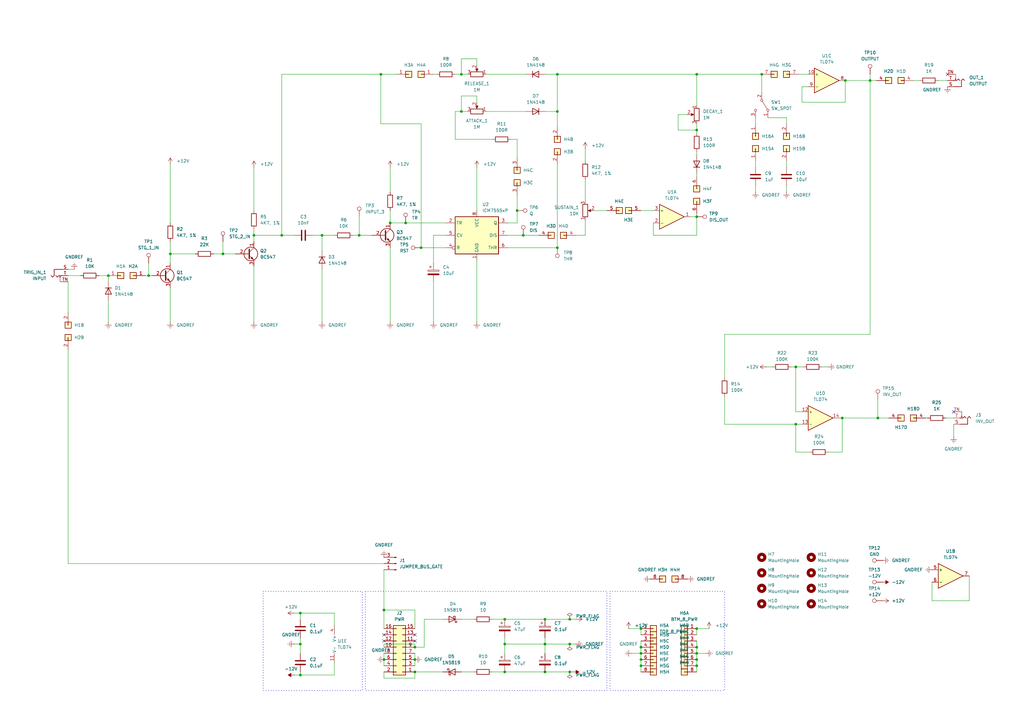
<source format=kicad_sch>
(kicad_sch (version 20231120) (generator "eeschema") (generator_version "8.0")
  (paper "A3")
  (junction (at 346.71 33.02))
  (junction (at 285.75 273.05))
  (junction (at 360.045 171.45))
  (junction (at 262.89 265.43))
  (junction (at 214.63 96.52))
  (junction (at 285.75 270.51))
  (junction (at 123.19 264.16))
  (junction (at 207.01 264.16))
  (junction (at 233.68 275.59))
  (junction (at 172.72 101.6))
  (junction (at 223.52 264.16))
  (junction (at 157.48 270.51))
  (junction (at 69.85 104.14))
  (junction (at 212.09 86.36))
  (junction (at 233.68 254))
  (junction (at 228.6 30.48))
  (junction (at 223.52 254))
  (junction (at 170.18 275.59))
  (junction (at 356.87 33.02))
  (junction (at 228.6 45.72))
  (junction (at 147.32 96.52))
  (junction (at 189.23 30.48))
  (junction (at 262.89 267.97))
  (junction (at 170.18 265.43))
  (junction (at 262.89 257.81))
  (junction (at 160.02 91.44))
  (junction (at 228.6 101.6))
  (junction (at 115.57 96.52))
  (junction (at 262.89 270.51))
  (junction (at 166.37 91.44))
  (junction (at 312.42 30.48))
  (junction (at 207.01 254))
  (junction (at 156.21 30.48))
  (junction (at 170.18 270.51))
  (junction (at 123.19 276.86))
  (junction (at 285.75 30.48))
  (junction (at 91.44 104.14))
  (junction (at 285.75 88.9))
  (junction (at 207.01 275.59))
  (junction (at 233.68 264.16))
  (junction (at 285.75 257.81))
  (junction (at 326.39 173.99))
  (junction (at 262.89 273.05))
  (junction (at 345.44 171.45))
  (junction (at 285.75 267.97))
  (junction (at 285.75 53.34))
  (junction (at 189.23 45.72))
  (junction (at 60.96 113.03))
  (junction (at 223.52 275.59))
  (junction (at 285.75 265.43))
  (junction (at 326.39 150.495))
  (junction (at 44.45 113.03))
  (junction (at 132.08 96.52))
  (junction (at 104.14 96.52))
  (junction (at 123.19 251.46))
  (junction (at 157.48 250.19))
  (no_connect (at 170.18 262.89))
  (no_connect (at 391.16 168.91))
  (no_connect (at 157.48 260.35))
  (no_connect (at 157.48 262.89))
  (no_connect (at 170.18 260.35))
  (no_connect (at 388.62 30.48))
  (wire (pts (xy 137.16 271.78) (xy 137.16 276.86)))
  (wire (pts (xy 356.87 137.16) (xy 356.87 33.02)))
  (wire (pts (xy 170.18 278.13) (xy 170.18 275.59)))
  (wire (pts (xy 259.08 267.97) (xy 262.89 267.97)))
  (wire (pts (xy 207.01 254) (xy 223.52 254)))
  (wire (pts (xy 240.03 73.66) (xy 240.03 82.55)))
  (wire (pts (xy 212.09 91.44) (xy 212.09 86.36)))
  (wire (pts (xy 397.51 246.38) (xy 382.27 246.38)))
  (wire (pts (xy 91.44 104.14) (xy 87.63 104.14)))
  (wire (pts (xy 120.65 276.86) (xy 123.19 276.86)))
  (wire (pts (xy 173.99 254) (xy 181.61 254)))
  (wire (pts (xy 285.75 30.48) (xy 285.75 43.18)))
  (wire (pts (xy 346.71 33.02) (xy 346.71 41.91)))
  (wire (pts (xy 285.75 257.81) (xy 290.83 257.81)))
  (wire (pts (xy 195.58 41.91) (xy 195.58 39.37)))
  (wire (pts (xy 189.23 39.37) (xy 189.23 45.72)))
  (wire (pts (xy 328.93 35.56) (xy 328.93 41.91)))
  (wire (pts (xy 182.88 91.44) (xy 166.37 91.44)))
  (wire (pts (xy 297.18 137.16) (xy 356.87 137.16)))
  (wire (pts (xy 115.57 30.48) (xy 115.57 96.52)))
  (wire (pts (xy 170.18 264.16) (xy 157.48 264.16)))
  (wire (pts (xy 228.6 52.07) (xy 228.6 45.72)))
  (wire (pts (xy 170.18 265.43) (xy 170.18 264.16)))
  (wire (pts (xy 147.32 96.52) (xy 144.78 96.52)))
  (wire (pts (xy 170.18 267.97) (xy 170.18 270.51)))
  (wire (pts (xy 27.94 231.14) (xy 27.94 143.51)))
  (wire (pts (xy 309.88 76.2) (xy 309.88 78.74)))
  (wire (pts (xy 80.01 104.14) (xy 69.85 104.14)))
  (wire (pts (xy 314.325 150.495) (xy 316.865 150.495)))
  (wire (pts (xy 285.75 63.5) (xy 285.75 62.23)))
  (wire (pts (xy 309.88 68.58) (xy 309.88 66.04)))
  (wire (pts (xy 160.02 86.36) (xy 160.02 91.44)))
  (wire (pts (xy 312.42 30.48) (xy 312.42 38.1)))
  (wire (pts (xy 104.14 96.52) (xy 104.14 99.06)))
  (wire (pts (xy 132.08 132.08) (xy 132.08 110.49)))
  (wire (pts (xy 60.96 113.03) (xy 62.23 113.03)))
  (wire (pts (xy 123.19 261.62) (xy 123.19 264.16)))
  (wire (pts (xy 104.14 68.58) (xy 104.14 86.36)))
  (wire (pts (xy 123.19 264.16) (xy 123.19 267.97)))
  (wire (pts (xy 152.4 96.52) (xy 147.32 96.52)))
  (wire (pts (xy 44.45 113.03) (xy 44.45 115.57)))
  (wire (pts (xy 297.18 173.99) (xy 297.18 162.56)))
  (wire (pts (xy 324.485 150.495) (xy 326.39 150.495)))
  (wire (pts (xy 215.9 30.48) (xy 199.39 30.48)))
  (wire (pts (xy 27.94 231.14) (xy 157.48 231.14)))
  (wire (pts (xy 228.6 30.48) (xy 285.75 30.48)))
  (wire (pts (xy 104.14 96.52) (xy 115.57 96.52)))
  (wire (pts (xy 262.89 267.97) (xy 262.89 270.51)))
  (wire (pts (xy 397.51 236.22) (xy 397.51 246.38)))
  (wire (pts (xy 195.58 39.37) (xy 189.23 39.37)))
  (wire (pts (xy 339.725 185.42) (xy 345.44 185.42)))
  (wire (pts (xy 339.725 150.495) (xy 337.185 150.495)))
  (wire (pts (xy 285.75 30.48) (xy 312.42 30.48)))
  (wire (pts (xy 195.58 132.08) (xy 195.58 106.68)))
  (wire (pts (xy 69.85 104.14) (xy 69.85 107.95)))
  (wire (pts (xy 212.09 64.77) (xy 212.09 57.15)))
  (wire (pts (xy 132.08 102.87) (xy 132.08 96.52)))
  (wire (pts (xy 223.52 275.59) (xy 233.68 275.59)))
  (wire (pts (xy 156.21 50.8) (xy 156.21 30.48)))
  (wire (pts (xy 177.8 107.95) (xy 177.8 96.52)))
  (wire (pts (xy 374.65 33.02) (xy 377.19 33.02)))
  (wire (pts (xy 223.52 264.16) (xy 233.68 264.16)))
  (wire (pts (xy 166.37 91.44) (xy 160.02 91.44)))
  (wire (pts (xy 346.71 33.02) (xy 356.87 33.02)))
  (wire (pts (xy 115.57 30.48) (xy 156.21 30.48)))
  (wire (pts (xy 157.48 275.59) (xy 157.48 278.13)))
  (wire (pts (xy 384.81 33.02) (xy 388.62 33.02)))
  (wire (pts (xy 379.73 171.45) (xy 380.365 171.45)))
  (wire (pts (xy 208.28 96.52) (xy 214.63 96.52)))
  (wire (pts (xy 285.75 88.9) (xy 285.75 96.52)))
  (wire (pts (xy 285.75 257.81) (xy 285.75 260.35)))
  (wire (pts (xy 182.88 101.6) (xy 172.72 101.6)))
  (wire (pts (xy 326.39 185.42) (xy 332.105 185.42)))
  (wire (pts (xy 322.58 48.26) (xy 314.96 48.26)))
  (wire (pts (xy 160.02 68.58) (xy 160.02 78.74)))
  (wire (pts (xy 283.21 88.9) (xy 285.75 88.9)))
  (wire (pts (xy 189.23 275.59) (xy 194.31 275.59)))
  (wire (pts (xy 285.75 53.34) (xy 285.75 54.61)))
  (wire (pts (xy 289.56 267.97) (xy 285.75 267.97)))
  (wire (pts (xy 170.18 270.51) (xy 170.18 273.05)))
  (wire (pts (xy 344.17 171.45) (xy 345.44 171.45)))
  (wire (pts (xy 156.21 30.48) (xy 162.56 30.48)))
  (wire (pts (xy 208.28 101.6) (xy 228.6 101.6)))
  (wire (pts (xy 236.22 96.52) (xy 240.03 96.52)))
  (wire (pts (xy 215.9 45.72) (xy 199.39 45.72)))
  (wire (pts (xy 137.16 251.46) (xy 137.16 256.54)))
  (wire (pts (xy 328.93 41.91) (xy 346.71 41.91)))
  (wire (pts (xy 207.01 261.62) (xy 207.01 264.16)))
  (wire (pts (xy 345.44 171.45) (xy 360.045 171.45)))
  (wire (pts (xy 228.6 30.48) (xy 228.6 45.72)))
  (wire (pts (xy 69.85 99.06) (xy 69.85 104.14)))
  (wire (pts (xy 123.19 264.16) (xy 120.65 264.16)))
  (wire (pts (xy 267.97 86.36) (xy 262.89 86.36)))
  (wire (pts (xy 191.77 30.48) (xy 189.23 30.48)))
  (wire (pts (xy 172.72 50.8) (xy 156.21 50.8)))
  (wire (pts (xy 189.23 30.48) (xy 186.69 30.48)))
  (wire (pts (xy 120.65 96.52) (xy 115.57 96.52)))
  (wire (pts (xy 223.52 30.48) (xy 228.6 30.48)))
  (wire (pts (xy 387.985 171.45) (xy 391.16 171.45)))
  (wire (pts (xy 233.68 275.59) (xy 234.95 275.59)))
  (wire (pts (xy 208.28 91.44) (xy 212.09 91.44)))
  (wire (pts (xy 326.39 150.495) (xy 329.565 150.495)))
  (wire (pts (xy 189.23 45.72) (xy 191.77 45.72)))
  (wire (pts (xy 123.19 276.86) (xy 137.16 276.86)))
  (wire (pts (xy 382.27 238.76) (xy 382.27 246.38)))
  (wire (pts (xy 104.14 132.08) (xy 104.14 109.22)))
  (wire (pts (xy 91.44 104.14) (xy 96.52 104.14)))
  (wire (pts (xy 285.75 270.51) (xy 285.75 273.05)))
  (wire (pts (xy 285.75 265.43) (xy 285.75 267.97)))
  (wire (pts (xy 157.48 267.97) (xy 157.48 270.51)))
  (wire (pts (xy 160.02 101.6) (xy 160.02 132.08)))
  (wire (pts (xy 123.19 275.59) (xy 123.19 276.86)))
  (wire (pts (xy 309.88 50.8) (xy 309.88 48.26)))
  (wire (pts (xy 177.8 96.52) (xy 182.88 96.52)))
  (wire (pts (xy 233.68 264.16) (xy 236.22 264.16)))
  (wire (pts (xy 285.75 262.89) (xy 285.75 265.43)))
  (wire (pts (xy 157.48 250.19) (xy 170.18 250.19)))
  (wire (pts (xy 128.27 96.52) (xy 132.08 96.52)))
  (wire (pts (xy 157.48 257.81) (xy 157.48 250.19)))
  (wire (pts (xy 297.18 154.94) (xy 297.18 137.16)))
  (wire (pts (xy 132.08 96.52) (xy 137.16 96.52)))
  (wire (pts (xy 40.64 113.03) (xy 44.45 113.03)))
  (wire (pts (xy 285.75 87.63) (xy 285.75 88.9)))
  (wire (pts (xy 281.94 46.99) (xy 278.13 46.99)))
  (wire (pts (xy 326.39 150.495) (xy 326.39 168.91)))
  (wire (pts (xy 69.85 132.08) (xy 69.85 118.11)))
  (wire (pts (xy 195.58 68.58) (xy 195.58 86.36)))
  (wire (pts (xy 360.045 163.83) (xy 360.045 171.45)))
  (wire (pts (xy 285.75 96.52) (xy 267.97 96.52)))
  (wire (pts (xy 173.99 254) (xy 173.99 265.43)))
  (wire (pts (xy 223.52 254) (xy 233.68 254)))
  (wire (pts (xy 195.58 26.67) (xy 195.58 24.13)))
  (wire (pts (xy 278.13 46.99) (xy 278.13 53.34)))
  (wire (pts (xy 356.87 33.02) (xy 359.41 33.02)))
  (wire (pts (xy 285.75 267.97) (xy 285.75 270.51)))
  (wire (pts (xy 345.44 185.42) (xy 345.44 171.45)))
  (wire (pts (xy 262.89 262.89) (xy 262.89 265.43)))
  (wire (pts (xy 44.45 132.08) (xy 44.45 123.19)))
  (wire (pts (xy 30.48 110.49) (xy 27.94 110.49)))
  (wire (pts (xy 207.01 264.16) (xy 207.01 267.97)))
  (wire (pts (xy 170.18 275.59) (xy 181.61 275.59)))
  (wire (pts (xy 104.14 93.98) (xy 104.14 96.52)))
  (wire (pts (xy 322.58 50.8) (xy 322.58 48.26)))
  (wire (pts (xy 326.39 173.99) (xy 326.39 185.42)))
  (wire (pts (xy 201.93 275.59) (xy 207.01 275.59)))
  (wire (pts (xy 267.97 96.52) (xy 267.97 91.44)))
  (wire (pts (xy 285.75 71.12) (xy 285.75 72.39)))
  (wire (pts (xy 69.85 67.31) (xy 69.85 91.44)))
  (wire (pts (xy 212.09 57.15) (xy 209.55 57.15)))
  (wire (pts (xy 60.96 107.95) (xy 60.96 113.03)))
  (wire (pts (xy 201.93 254) (xy 207.01 254)))
  (wire (pts (xy 172.72 101.6) (xy 172.72 50.8)))
  (wire (pts (xy 391.16 173.99) (xy 391.16 179.07)))
  (wire (pts (xy 207.01 275.59) (xy 223.52 275.59)))
  (wire (pts (xy 240.03 96.52) (xy 240.03 90.17)))
  (wire (pts (xy 326.39 173.99) (xy 328.93 173.99)))
  (wire (pts (xy 233.68 254) (xy 236.22 254)))
  (wire (pts (xy 157.48 270.51) (xy 157.48 273.05)))
  (wire (pts (xy 157.48 278.13) (xy 170.18 278.13)))
  (wire (pts (xy 285.75 53.34) (xy 285.75 50.8)))
  (wire (pts (xy 177.8 132.08) (xy 177.8 115.57)))
  (wire (pts (xy 120.65 251.46) (xy 123.19 251.46)))
  (wire (pts (xy 207.01 264.16) (xy 223.52 264.16)))
  (wire (pts (xy 262.89 270.51) (xy 262.89 273.05)))
  (wire (pts (xy 189.23 254) (xy 194.31 254)))
  (wire (pts (xy 157.48 233.68) (xy 157.48 250.19)))
  (wire (pts (xy 186.69 57.15) (xy 186.69 45.72)))
  (wire (pts (xy 327.66 30.48) (xy 331.47 30.48)))
  (wire (pts (xy 322.58 76.2) (xy 322.58 78.74)))
  (wire (pts (xy 356.87 30.48) (xy 356.87 33.02)))
  (wire (pts (xy 223.52 264.16) (xy 223.52 267.97)))
  (wire (pts (xy 173.99 265.43) (xy 170.18 265.43)))
  (wire (pts (xy 262.89 265.43) (xy 262.89 267.97)))
  (wire (pts (xy 360.045 171.45) (xy 364.49 171.45)))
  (wire (pts (xy 123.19 251.46) (xy 137.16 251.46)))
  (wire (pts (xy 27.94 128.27) (xy 27.94 115.57)))
  (wire (pts (xy 223.52 261.62) (xy 223.52 264.16)))
  (wire (pts (xy 228.6 67.31) (xy 228.6 101.6)))
  (wire (pts (xy 322.58 68.58) (xy 322.58 66.04)))
  (wire (pts (xy 212.09 86.36) (xy 212.09 80.01)))
  (wire (pts (xy 257.81 257.81) (xy 262.89 257.81)))
  (wire (pts (xy 331.47 35.56) (xy 328.93 35.56)))
  (wire (pts (xy 248.92 86.36) (xy 243.84 86.36)))
  (wire (pts (xy 240.03 60.96) (xy 240.03 66.04)))
  (wire (pts (xy 278.13 53.34) (xy 285.75 53.34)))
  (wire (pts (xy 177.8 30.48) (xy 179.07 30.48)))
  (wire (pts (xy 262.89 257.81) (xy 262.89 260.35)))
  (wire (pts (xy 262.89 273.05) (xy 262.89 275.59)))
  (wire (pts (xy 170.18 250.19) (xy 170.18 257.81)))
  (wire (pts (xy 59.69 113.03) (xy 60.96 113.03)))
  (wire (pts (xy 326.39 168.91) (xy 328.93 168.91)))
  (wire (pts (xy 285.75 273.05) (xy 285.75 275.59)))
  (wire (pts (xy 195.58 24.13) (xy 189.23 24.13)))
  (wire (pts (xy 147.32 88.9) (xy 147.32 96.52)))
  (wire (pts (xy 189.23 24.13) (xy 189.23 30.48)))
  (wire (pts (xy 214.63 96.52) (xy 220.98 96.52)))
  (wire (pts (xy 157.48 264.16) (xy 157.48 265.43)))
  (wire (pts (xy 201.93 57.15) (xy 186.69 57.15)))
  (wire (pts (xy 297.18 173.99) (xy 326.39 173.99)))
  (wire (pts (xy 228.6 45.72) (xy 223.52 45.72)))
  (wire (pts (xy 91.44 99.06) (xy 91.44 104.14)))
  (wire (pts (xy 27.94 113.03) (xy 33.02 113.03)))
  (wire (pts (xy 186.69 45.72) (xy 189.23 45.72)))
  (wire (pts (xy 123.19 254) (xy 123.19 251.46)))
  (rectangle (start 250.19 242.57) (end 297.18 283.21) (stroke (width 0.25) (type dot)))
  (rectangle (start 149.86 242.57) (end 248.92 283.21) (stroke (width 0.25) (type dot)))
  (rectangle (start 107.95 242.57) (end 148.59 283.21) (stroke (width 0.25) (type dot)))
  (symbol (lib_id "power:GNDREF") (at 132.08 132.08 0) (unit 1)
    (property "Reference" "#PWR012" (effects (hide yes)))
    (property "Value" "GNDREF" (at 134.62 133.3499 0) (effects (justify left)))
    (property "Description" "Power symbol creates a global label with name \"GNDREF\" , reference supply ground" (effects (hide yes)))
  )
  (symbol (lib_id "synth:PinSocket_01x04") (at 54.61 113.03 180) (unit 1)
    (property "Reference" "H2" (at 54.61 109.22 0))
    (property "Value" "BTM_4_SGL" (effects (hide yes)))
    (property "Footprint" "Synth:PinSocket_1x04_P2.54mm_Vertical" (effects (hide yes)))
    (property "Description" "Generic connector, single row, 01x01, script generated (kicad-library-utils/schlib/autogen/connector/)" (effects (hide yes)))
  )
  (symbol (lib_id "synth:D_Signal (1N4148)") (at 219.71 30.48 0) (unit 1)
    (property "Reference" "D6" (at 219.71 24.13 0))
    (property "Value" "1N4148" (at 219.71 26.67 0))
    (property "Footprint" "Synth:D_DO-35_SOD27_P7.62mm_Horizontal" (effects (hide yes)))
    (property "Datasheet" "https://assets.nexperia.com/documents/data-sheet/1N4148_1N4448.pdf" (effects (hide yes)))
    (property "Description" "100V 0.15A standard switching diode, DO-35" (effects (hide yes)))
    (property "Sim.Device" "D" (effects (hide yes)))
    (property "Sim.Pins" "1=K 2=A" (effects (hide yes)))
  )
  (symbol (lib_id "power:+12V") (at 314.325 150.495 90) (unit 1)
    (property "Reference" "#PWR026" (effects (hide yes)))
    (property "Value" "+12V" (at 311.15 150.4949 90) (effects (justify left)))
    (property "Description" "Power symbol creates a global label with name \"+12V\"" (effects (hide yes)))
  )
  (symbol (lib_id "Transistor_BJT:BC547") (at 157.48 96.52 0) (unit 1)
    (property "Reference" "Q3" (at 162.56 95.2499 0) (effects (justify left)))
    (property "Value" "BC547" (at 162.56 97.7899 0) (effects (justify left)))
    (property "Footprint" "Package_TO_SOT_THT:TO-92_HandSolder" (effects (hide yes)))
    (property "Datasheet" "https://www.onsemi.com/pub/Collateral/BC550-D.pdf" (effects (hide yes)))
    (property "Description" "0.1A Ic, 45V Vce, Small Signal NPN Transistor, TO-92" (effects (hide yes)))
  )
  (symbol (lib_id "synth:PinSocket_01x08") (at 257.81 86.36 180) (unit 5)
    (property "Reference" "H3" (at 257.81 90.17 0))
    (property "Value" "BTM_8_SGL" (effects (hide yes)))
    (property "Footprint" "Synth:PinSocket_1x08_P2.54mm_Vertical" (effects (hide yes)))
    (property "Description" "Generic connector, single row, 01x01, script generated (kicad-library-utils/schlib/autogen/connector/)" (effects (hide yes)))
  )
  (symbol (lib_id "synth:AudioJack_Mono_3.5mm") (at 396.24 171.45 180) (unit 1)
    (property "Reference" "J3" (at 400.05 170.2434 0) (effects (justify right)))
    (property "Value" "INV_OUT" (at 400.05 172.7834 0) (effects (justify right)))
    (property "Footprint" "Synth:Jack_3.5mm_QingPu_WQP-PJ398SM_Vertical_CircularHoles" (effects (hide yes)))
    (property "Description" "Audio Jack, 2 Poles (Mono / TS), Switched T Pole (Normalling)" (effects (hide yes)))
  )
  (symbol (lib_id "synth:R_Default") (at 381 33.02 270) (unit 1)
    (property "Reference" "R19" (at 381 26.67 90))
    (property "Value" "1K" (at 381 29.21 90))
    (property "Footprint" "Synth:R_Default (DIN0207)" (effects (hide yes)))
    (property "Description" "Resistor" (effects (hide yes)))
  )
  (symbol (lib_id "synth:PinHeader_01x08") (at 267.97 262.89 0) (unit 3)
    (property "Reference" "H5" (at 270.51 262.8899 0) (effects (justify left)))
    (property "Value" "TOP_8_PWR" (effects (hide yes)))
    (property "Footprint" "Synth:PinHeader_1x08_P2.54mm_Vertical" (effects (hide yes)))
    (property "Description" "Generic connector, single row, 01x01, script generated (kicad-library-utils/schlib/autogen/connector/)" (effects (hide yes)))
  )
  (symbol (lib_id "power:+12V") (at 290.83 257.81 0) (unit 1)
    (property "Reference" "#PWR031" (effects (hide yes)))
    (property "Value" "+12V" (at 293.37 256.5399 0) (effects (justify left)))
    (property "Description" "Power symbol creates a global label with name \"+12V\"" (effects (hide yes)))
  )
  (symbol (lib_id "Transistor_BJT:BC547") (at 67.31 113.03 0) (unit 1)
    (property "Reference" "Q1" (at 72.39 111.7599 0) (effects (justify left)))
    (property "Value" "BC547" (at 72.39 114.2999 0) (effects (justify left)))
    (property "Footprint" "Package_TO_SOT_THT:TO-92_HandSolder" (effects (hide yes)))
    (property "Datasheet" "https://www.onsemi.com/pub/Collateral/BC550-D.pdf" (effects (hide yes)))
    (property "Description" "0.1A Ic, 45V Vce, Small Signal NPN Transistor, TO-92" (effects (hide yes)))
  )
  (symbol (lib_id "synth:R_Default") (at 320.675 150.495 90) (unit 1)
    (property "Reference" "R22" (at 320.675 144.78 90))
    (property "Value" "100K" (at 320.675 147.32 90))
    (property "Footprint" "Synth:R_Default (DIN0207)" (effects (hide yes)))
    (property "Description" "Resistor" (effects (hide yes)))
  )
  (symbol (lib_id "synth:R_Potentiometer (P0915N)") (at 195.58 30.48 270) (mirror x) (unit 1)
    (property "Reference" "RELEASE_1" (at 195.58 34.29 90))
    (property "Value" "1M" (at 195.58 36.83 90))
    (property "Footprint" "Synth:Potentiometer_TT_P0915N" (effects (hide yes)))
    (property "Description" "Potentiometer" (effects (hide yes)))
  )
  (symbol (lib_id "synth:R_Default") (at 333.375 150.495 90) (unit 1)
    (property "Reference" "R23" (at 333.375 144.78 90))
    (property "Value" "100K" (at 333.375 147.32 90))
    (property "Footprint" "Synth:R_Default (DIN0207)" (effects (hide yes)))
    (property "Description" "Resistor" (effects (hide yes)))
  )
  (symbol (lib_id "Connector:TestPoint") (at 356.87 30.48 0) (unit 1)
    (property "Reference" "TP10" (at 356.87 21.59 0))
    (property "Value" "OUTPUT" (at 356.87 24.13 0))
    (property "Footprint" "Connector_Pin:Pin_D1.0mm_L10.0mm" (effects (hide yes)))
    (property "Description" "test point" (effects (hide yes)))
  )
  (symbol (lib_id "power:-12V") (at 234.95 275.59 270) (unit 1)
    (property "Reference" "#PWR021" (effects (hide yes)))
    (property "Value" "-12V" (at 238.76 275.5899 90) (effects (justify left)))
    (property "Description" "Power symbol creates a global label with name \"-12V\"" (effects (hide yes)))
  )
  (symbol (lib_id "Mechanical:MountingHole") (at 312.42 247.65 0) (unit 1) (exclude_from_sim yes) (in_bom no)
    (property "Reference" "H10" (at 314.96 246.3799 0) (effects (justify left)))
    (property "Value" "MountingHole" (at 314.96 248.9199 0) (effects (justify left)))
    (property "Footprint" "MountingHole:MountingHole_3.2mm_M3" (effects (hide yes)))
    (property "Description" "Mounting Hole without connection" (effects (hide yes)))
  )
  (symbol (lib_id "Connector:TestPoint") (at 228.6 101.6 180) (unit 1)
    (property "Reference" "TP8" (at 231.14 103.6319 0) (effects (justify right)))
    (property "Value" "THR" (at 231.14 106.1719 0) (effects (justify right)))
    (property "Footprint" "Connector_Pin:Pin_D1.0mm_L10.0mm" (effects (hide yes)))
    (property "Description" "test point" (effects (hide yes)))
  )
  (symbol (lib_id "synth:PinHeader_01x08") (at 231.14 96.52 180) (unit 4)
    (property "Reference" "H4" (at 231.14 92.71 0))
    (property "Value" "TOP_8_SGL" (effects (hide yes)))
    (property "Footprint" "Synth:PinHeader_1x08_P2.54mm_Vertical" (effects (hide yes)))
    (property "Description" "Generic connector, single row, 01x01, script generated (kicad-library-utils/schlib/autogen/connector/)" (effects (hide yes)))
  )
  (symbol (lib_id "power:GNDREF") (at 391.16 179.07 0) (unit 1)
    (property "Reference" "#PWR045" (effects (hide yes)))
    (property "Value" "GNDREF" (at 391.16 184.15 0))
    (property "Description" "Power symbol creates a global label with name \"GNDREF\" , reference supply ground" (effects (hide yes)))
  )
  (symbol (lib_id "synth:PinSocket_01x04") (at 27.94 138.43 90) (unit 2)
    (property "Reference" "H2" (at 30.48 138.4299 90) (effects (justify right)))
    (property "Value" "BTM_4_SGL" (effects (hide yes)))
    (property "Footprint" "Synth:PinSocket_1x04_P2.54mm_Vertical" (effects (hide yes)))
    (property "Description" "Generic connector, single row, 01x01, script generated (kicad-library-utils/schlib/autogen/connector/)" (effects (hide yes)))
  )
  (symbol (lib_id "Timer:ICM7555xP") (at 195.58 96.52 0) (unit 1)
    (property "Reference" "U2" (at 197.7741 83.82 0) (effects (justify left)))
    (property "Value" "ICM7555xP" (at 197.7741 86.36 0) (effects (justify left)))
    (property "Footprint" "Package_DIP:DIP-8_W7.62mm" (effects (hide yes)))
    (property "Datasheet" "http://www.intersil.com/content/dam/Intersil/documents/icm7/icm7555-56.pdf" (effects (hide yes)))
    (property "Description" "CMOS General Purpose Timer, 555 compatible, PDIP-8" (effects (hide yes)))
  )
  (symbol (lib_id "synth:R_Potentiometer (P0915N)") (at 285.75 46.99 0) (mirror y) (unit 1)
    (property "Reference" "DECAY_1" (at 288.29 45.7199 0) (effects (justify right)))
    (property "Value" "1M" (at 288.29 48.2599 0) (effects (justify right)))
    (property "Footprint" "Synth:Potentiometer_TT_P0915N" (effects (hide yes)))
    (property "Description" "Potentiometer" (effects (hide yes)))
  )
  (symbol (lib_id "synth:D_Signal (1N4148)") (at 219.71 45.72 180) (unit 1)
    (property "Reference" "D7" (at 219.71 39.37 0))
    (property "Value" "1N4148" (at 219.71 41.91 0))
    (property "Footprint" "Synth:D_DO-35_SOD27_P7.62mm_Horizontal" (effects (hide yes)))
    (property "Datasheet" "https://assets.nexperia.com/documents/data-sheet/1N4148_1N4448.pdf" (effects (hide yes)))
    (property "Description" "100V 0.15A standard switching diode, DO-35" (effects (hide yes)))
    (property "Sim.Device" "D" (effects (hide yes)))
    (property "Sim.Pins" "1=K 2=A" (effects (hide yes)))
  )
  (symbol (lib_id "synth:PinSocket_01x08") (at 280.67 257.81 180) (unit 1)
    (property "Reference" "H6" (at 280.67 251.46 0))
    (property "Value" "BTM_8_PWR" (at 280.67 254 0))
    (property "Footprint" "Synth:PinSocket_1x08_P2.54mm_Vertical" (effects (hide yes)))
    (property "Description" "Generic connector, single row, 01x01, script generated (kicad-library-utils/schlib/autogen/connector/)" (effects (hide yes)))
  )
  (symbol (lib_id "synth:PinSocket_01x08") (at 280.67 262.89 180) (unit 3)
    (property "Reference" "H6" (at 280.67 259.08 0))
    (property "Value" "BTM_8_PWR" (effects (hide yes)))
    (property "Footprint" "Synth:PinSocket_1x08_P2.54mm_Vertical" (effects (hide yes)))
    (property "Description" "Generic connector, single row, 01x01, script generated (kicad-library-utils/schlib/autogen/connector/)" (effects (hide yes)))
  )
  (symbol (lib_id "Transistor_BJT:BC547") (at 101.6 104.14 0) (unit 1)
    (property "Reference" "Q2" (at 106.68 102.8699 0) (effects (justify left)))
    (property "Value" "BC547" (at 106.68 105.4099 0) (effects (justify left)))
    (property "Footprint" "Package_TO_SOT_THT:TO-92_HandSolder" (effects (hide yes)))
    (property "Datasheet" "https://www.onsemi.com/pub/Collateral/BC550-D.pdf" (effects (hide yes)))
    (property "Description" "0.1A Ic, 45V Vce, Small Signal NPN Transistor, TO-92" (effects (hide yes)))
  )
  (symbol (lib_id "synth:R_Default") (at 297.18 158.75 0) (unit 1)
    (property "Reference" "R14" (at 299.72 157.4799 0) (effects (justify left)))
    (property "Value" "100K" (at 299.72 160.0199 0) (effects (justify left)))
    (property "Footprint" "Synth:R_Default (DIN0207)" (effects (hide yes)))
    (property "Description" "Resistor" (effects (hide yes)))
  )
  (symbol (lib_id "Device:C") (at 123.19 271.78 0) (unit 1)
    (property "Reference" "C2" (at 127 270.5099 0) (effects (justify left)))
    (property "Value" "0.1uF" (at 127 273.0499 0) (effects (justify left)))
    (property "Footprint" "Capacitor_THT:C_Disc_D5.0mm_W2.5mm_P5.00mm" (effects (hide yes)))
    (property "Description" "Unpolarized capacitor" (effects (hide yes)))
  )
  (symbol (lib_id "synth:D_Schottky (1N5819)") (at 185.42 275.59 0) (unit 1)
    (property "Reference" "D5" (at 185.1025 269.24 0))
    (property "Value" "1N5819" (at 185.1025 271.78 0))
    (property "Footprint" "Synth:D_DO-41_SOD81_P10.16mm_Horizontal" (effects (hide yes)))
    (property "Datasheet" "http://www.vishay.com/docs/88525/1n5817.pdf" (effects (hide yes)))
    (property "Description" "40V 1A Schottky Barrier Rectifier Diode, DO-41" (effects (hide yes)))
  )
  (symbol (lib_id "power:GNDREF") (at 382.27 233.68 270) (unit 1)
    (property "Reference" "#PWR042" (effects (hide yes)))
    (property "Value" "GNDREF" (at 378.46 233.6799 90) (effects (justify right)))
    (property "Description" "Power symbol creates a global label with name \"GNDREF\" , reference supply ground" (effects (hide yes)))
  )
  (symbol (lib_id "Connector:TestPoint") (at 285.75 88.9 270) (unit 1)
    (property "Reference" "TP9" (at 290.83 87.6299 90) (effects (justify left)))
    (property "Value" "DIS_OUT" (at 290.83 90.1699 90) (effects (justify left)))
    (property "Footprint" "Connector_Pin:Pin_D1.0mm_L10.0mm" (effects (hide yes)))
    (property "Description" "test point" (effects (hide yes)))
  )
  (symbol (lib_id "synth:R_Default") (at 198.12 275.59 90) (unit 1)
    (property "Reference" "R10" (at 198.12 269.24 90))
    (property "Value" "10" (at 198.12 271.78 90))
    (property "Footprint" "Synth:R_Default (DIN0207)" (effects (hide yes)))
    (property "Description" "Resistor" (effects (hide yes)))
  )
  (symbol (lib_id "power:+12V") (at 240.03 60.96 0) (unit 1)
    (property "Reference" "#PWR024" (effects (hide yes)))
    (property "Value" "+12V" (at 242.57 59.6899 0) (effects (justify left)))
    (property "Description" "Power symbol creates a global label with name \"+12V\"" (effects (hide yes)))
  )
  (symbol (lib_id "power:PWR_FLAG") (at 233.68 254 0) (unit 1)
    (property "Reference" "#FLG01" (effects (hide yes)))
    (property "Value" "PWR_FLAG" (at 236.22 252.7299 0) (effects (justify left)))
    (property "Description" "Special symbol for telling ERC where power comes from" (effects (hide yes)))
  )
  (symbol (lib_id "synth:D_Schottky (1N5819)") (at 185.42 254 180) (unit 1)
    (property "Reference" "D4" (at 185.7375 247.65 0))
    (property "Value" "1N5819" (at 185.7375 250.19 0))
    (property "Footprint" "Synth:D_DO-41_SOD81_P10.16mm_Horizontal" (effects (hide yes)))
    (property "Datasheet" "http://www.vishay.com/docs/88525/1n5817.pdf" (effects (hide yes)))
    (property "Description" "40V 1A Schottky Barrier Rectifier Diode, DO-41" (effects (hide yes)))
  )
  (symbol (lib_id "power:+12V") (at 104.14 68.58 0) (unit 1)
    (property "Reference" "#PWR07" (effects (hide yes)))
    (property "Value" "+12V" (at 106.68 67.3099 0) (effects (justify left)))
    (property "Description" "Power symbol creates a global label with name \"+12V\"" (effects (hide yes)))
  )
  (symbol (lib_id "synth:R_Default") (at 104.14 90.17 180) (unit 1)
    (property "Reference" "R5" (at 106.68 88.8999 0) (effects (justify right)))
    (property "Value" "4K7, 1%" (at 106.68 91.4399 0) (effects (justify right)))
    (property "Footprint" "Synth:R_Default (DIN0207)" (effects (hide yes)))
    (property "Description" "Resistor" (effects (hide yes)))
  )
  (symbol (lib_id "synth:PinHeader_01x08") (at 172.72 30.48 180) (unit 1)
    (property "Reference" "H4" (at 172.72 26.67 0))
    (property "Value" "TOP_8_SGL" (effects (hide yes)))
    (property "Footprint" "Synth:PinHeader_1x08_P2.54mm_Vertical" (effects (hide yes)))
    (property "Description" "Generic connector, single row, 01x01, script generated (kicad-library-utils/schlib/autogen/connector/)" (effects (hide yes)))
  )
  (symbol (lib_id "synth:PinSocket_01x04") (at 364.49 33.02 0) (unit 4)
    (property "Reference" "H2" (at 364.49 29.21 0))
    (property "Value" "BTM_4_SGL" (effects (hide yes)))
    (property "Footprint" "Synth:PinSocket_1x04_P2.54mm_Vertical" (effects (hide yes)))
    (property "Description" "Generic connector, single row, 01x01, script generated (kicad-library-utils/schlib/autogen/connector/)" (effects (hide yes)))
  )
  (symbol (lib_id "Device:C_Polarized") (at 223.52 271.78 0) (unit 1)
    (property "Reference" "C8" (at 227.33 269.6209 0) (effects (justify left)))
    (property "Value" "0.1uF" (at 227.33 272.1609 0) (effects (justify left)))
    (property "Footprint" "Capacitor_THT:CP_Radial_D4.0mm_P2.00mm" (effects (hide yes)))
    (property "Description" "Polarized capacitor" (effects (hide yes)))
  )
  (symbol (lib_id "synth:PinSocket_01x08") (at 280.67 267.97 180) (unit 5)
    (property "Reference" "H6" (at 280.67 264.16 0))
    (property "Value" "BTM_8_PWR" (effects (hide yes)))
    (property "Footprint" "Synth:PinSocket_1x08_P2.54mm_Vertical" (effects (hide yes)))
    (property "Description" "Generic connector, single row, 01x01, script generated (kicad-library-utils/schlib/autogen/connector/)" (effects (hide yes)))
  )
  (symbol (lib_id "synth:R_Default") (at 69.85 95.25 180) (unit 1)
    (property "Reference" "R2" (at 72.39 93.9799 0) (effects (justify right)))
    (property "Value" "4K7, 1%" (at 72.39 96.5199 0) (effects (justify right)))
    (property "Footprint" "Synth:R_Default (DIN0207)" (effects (hide yes)))
    (property "Description" "Resistor" (effects (hide yes)))
  )
  (symbol (lib_id "Mechanical:MountingHole") (at 332.74 228.6 0) (unit 1) (exclude_from_sim yes) (in_bom no)
    (property "Reference" "H11" (at 335.28 227.3299 0) (effects (justify left)))
    (property "Value" "MountingHole" (at 335.28 229.8699 0) (effects (justify left)))
    (property "Footprint" "MountingHole:MountingHole_3.2mm_M3" (effects (hide yes)))
    (property "Description" "Mounting Hole without connection" (effects (hide yes)))
  )
  (symbol (lib_id "power:GNDREF") (at 388.62 35.56 0) (unit 1)
    (property "Reference" "#PWR043" (effects (hide yes)))
    (property "Value" "GNDREF" (at 386.08 36.8299 0) (effects (justify right)))
    (property "Description" "Power symbol creates a global label with name \"GNDREF\" , reference supply ground" (effects (hide yes)))
  )
  (symbol (lib_id "synth:PinHeader_01x08") (at 267.97 275.59 0) (unit 8)
    (property "Reference" "H5" (at 270.51 275.5899 0) (effects (justify left)))
    (property "Value" "TOP_8_PWR" (effects (hide yes)))
    (property "Footprint" "Synth:PinHeader_1x08_P2.54mm_Vertical" (effects (hide yes)))
    (property "Description" "Generic connector, single row, 01x01, script generated (kicad-library-utils/schlib/autogen/connector/)" (effects (hide yes)))
  )
  (symbol (lib_id "synth:PinHeader_01x04") (at 374.65 171.45 180) (unit 4)
    (property "Reference" "H18" (at 374.65 167.64 0))
    (property "Value" "PinHeader_1x04" (effects (hide yes)))
    (property "Footprint" "Synth:PinHeader_1x04_P2.54mm_Vertical" (effects (hide yes)))
    (property "Description" "Generic connector, single row, 01x01, script generated (kicad-library-utils/schlib/autogen/connector/)" (effects (hide yes)))
  )
  (symbol (lib_id "synth:PinSocket_01x08") (at 212.09 74.93 90) (unit 3)
    (property "Reference" "H3" (at 214.63 74.9299 90) (effects (justify right)))
    (property "Value" "BTM_8_SGL" (effects (hide yes)))
    (property "Footprint" "Synth:PinSocket_1x08_P2.54mm_Vertical" (effects (hide yes)))
    (property "Description" "Generic connector, single row, 01x01, script generated (kicad-library-utils/schlib/autogen/connector/)" (effects (hide yes)))
  )
  (symbol (lib_id "power:GNDREF") (at 339.725 150.495 90) (unit 1)
    (property "Reference" "#PWR032" (effects (hide yes)))
    (property "Value" "GNDREF" (at 342.9 150.4949 90) (effects (justify right)))
    (property "Description" "Power symbol creates a global label with name \"GNDREF\" , reference supply ground" (effects (hide yes)))
  )
  (symbol (lib_id "power:GNDREF") (at 361.95 229.87 90) (unit 1)
    (property "Reference" "#PWR037" (effects (hide yes)))
    (property "Value" "GNDREF" (at 365.76 229.8699 90) (effects (justify right)))
    (property "Description" "Power symbol creates a global label with name \"GNDREF\" , reference supply ground" (effects (hide yes)))
  )
  (symbol (lib_id "power:GNDREF") (at 281.94 237.49 90) (unit 1)
    (property "Reference" "#PWR029" (effects (hide yes)))
    (property "Value" "GNDREF" (at 285.75 237.4899 90) (effects (justify right)))
    (property "Description" "Power symbol creates a global label with name \"GNDREF\" , reference supply ground" (effects (hide yes)))
  )
  (symbol (lib_id "power:+12V") (at 361.95 246.38 270) (unit 1)
    (property "Reference" "#PWR039" (effects (hide yes)))
    (property "Value" "+12V" (at 365.76 246.3799 90) (effects (justify left)))
    (property "Description" "Power symbol creates a global label with name \"+12V\"" (effects (hide yes)))
  )
  (symbol (lib_id "synth:PinSocket_01x08") (at 226.06 96.52 0) (unit 4)
    (property "Reference" "H3" (at 226.06 92.71 0))
    (property "Value" "BTM_8_SGL" (effects (hide yes)))
    (property "Footprint" "Synth:PinSocket_1x08_P2.54mm_Vertical" (effects (hide yes)))
    (property "Description" "Generic connector, single row, 01x01, script generated (kicad-library-utils/schlib/autogen/connector/)" (effects (hide yes)))
  )
  (symbol (lib_id "power:PWR_FLAG") (at 233.68 264.16 180) (unit 1)
    (property "Reference" "#FLG02" (effects (hide yes)))
    (property "Value" "PWR_FLAG" (at 236.22 265.4299 0) (effects (justify right)))
    (property "Description" "Special symbol for telling ERC where power comes from" (effects (hide yes)))
  )
  (symbol (lib_id "Device:C_Polarized") (at 207.01 271.78 0) (unit 1)
    (property "Reference" "C6" (at 210.82 269.6209 0) (effects (justify left)))
    (property "Value" "47uF" (at 210.82 272.1609 0) (effects (justify left)))
    (property "Footprint" "Capacitor_THT:CP_Radial_D6.3mm_P2.50mm" (effects (hide yes)))
    (property "Description" "Polarized capacitor" (effects (hide yes)))
  )
  (symbol (lib_id "Mechanical:MountingHole") (at 332.74 241.3 0) (unit 1) (exclude_from_sim yes) (in_bom no)
    (property "Reference" "H13" (at 335.28 240.0299 0) (effects (justify left)))
    (property "Value" "MountingHole" (at 335.28 242.5699 0) (effects (justify left)))
    (property "Footprint" "MountingHole:MountingHole_3.2mm_M3" (effects (hide yes)))
    (property "Description" "Mounting Hole without connection" (effects (hide yes)))
  )
  (symbol (lib_id "synth:D_Signal (1N4148)") (at 285.75 67.31 90) (unit 1)
    (property "Reference" "D8" (at 288.29 66.0399 90) (effects (justify right)))
    (property "Value" "1N4148" (at 288.29 68.5799 90) (effects (justify right)))
    (property "Footprint" "Synth:D_DO-35_SOD27_P7.62mm_Horizontal" (effects (hide yes)))
    (property "Datasheet" "https://assets.nexperia.com/documents/data-sheet/1N4148_1N4448.pdf" (effects (hide yes)))
    (property "Description" "100V 0.15A standard switching diode, DO-35" (effects (hide yes)))
    (property "Sim.Device" "D" (effects (hide yes)))
    (property "Sim.Pins" "1=K 2=A" (effects (hide yes)))
  )
  (symbol (lib_id "power:GNDREF") (at 236.22 264.16 90) (unit 1)
    (property "Reference" "#PWR023" (effects (hide yes)))
    (property "Value" "GNDREF" (at 240.03 264.1599 90) (effects (justify right)))
    (property "Description" "Power symbol creates a global label with name \"GNDREF\" , reference supply ground" (effects (hide yes)))
  )
  (symbol (lib_id "synth:PinHeader_01x04") (at 369.57 33.02 180) (unit 4)
    (property "Reference" "H1" (at 369.57 29.21 0))
    (property "Value" "TOP_4_SGL" (effects (hide yes)))
    (property "Footprint" "Synth:PinHeader_1x04_P2.54mm_Vertical" (effects (hide yes)))
    (property "Description" "Generic connector, single row, 01x01, script generated (kicad-library-utils/schlib/autogen/connector/)" (effects (hide yes)))
  )
  (symbol (lib_id "Amplifier_Operational:TL074") (at 389.89 236.22 0) (unit 2)
    (property "Reference" "U1" (at 389.89 226.06 0))
    (property "Value" "TL074" (at 389.89 228.6 0))
    (property "Footprint" "Package_DIP:DIP-14_W7.62mm_Socket_LongPads" (effects (hide yes)))
    (property "Datasheet" "http://www.ti.com/lit/ds/symlink/tl071.pdf" (effects (hide yes)))
    (property "Description" "Quad Low-Noise JFET-Input Operational Amplifiers, DIP-14/SOIC-14" (effects (hide yes)))
  )
  (symbol (lib_id "synth:PinSocket_01x08") (at 167.64 30.48 0) (unit 1)
    (property "Reference" "H3" (at 167.64 26.67 0))
    (property "Value" "BTM_8_SGL" (effects (hide yes)))
    (property "Footprint" "Synth:PinSocket_1x08_P2.54mm_Vertical" (effects (hide yes)))
    (property "Description" "Generic connector, single row, 01x01, script generated (kicad-library-utils/schlib/autogen/connector/)" (effects (hide yes)))
  )
  (symbol (lib_id "power:GNDREF") (at 195.58 132.08 0) (unit 1)
    (property "Reference" "#PWR020" (effects (hide yes)))
    (property "Value" "GNDREF" (at 198.12 133.3499 0) (effects (justify left)))
    (property "Description" "Power symbol creates a global label with name \"GNDREF\" , reference supply ground" (effects (hide yes)))
  )
  (symbol (lib_id "synth:PinHeader_01x02") (at 322.58 55.88 270) (unit 2)
    (property "Reference" "H16" (at 325.12 55.8799 90) (effects (justify left)))
    (property "Value" "PinSocket_01x02" (effects (hide yes)))
    (property "Footprint" "Synth:PinHeader_1x02_P2.54mm_Vertical" (effects (hide yes)))
    (property "Description" "Generic connector, single row, 01x02, header" (effects (hide yes)))
  )
  (symbol (lib_id "Amplifier_Operational:TL074") (at 336.55 171.45 0) (unit 4)
    (property "Reference" "U1" (at 336.55 161.29 0))
    (property "Value" "TL074" (at 336.55 163.83 0))
    (property "Footprint" "Package_DIP:DIP-14_W7.62mm_Socket_LongPads" (effects (hide yes)))
    (property "Datasheet" "http://www.ti.com/lit/ds/symlink/tl071.pdf" (effects (hide yes)))
    (property "Description" "Quad Low-Noise JFET-Input Operational Amplifiers, DIP-14/SOIC-14" (effects (hide yes)))
  )
  (symbol (lib_id "Connector:TestPoint") (at 361.95 229.87 90) (unit 1)
    (property "Reference" "TP12" (at 358.648 224.79 90))
    (property "Value" "GND" (at 358.648 227.33 90))
    (property "Footprint" "Connector_Pin:Pin_D1.0mm_L10.0mm" (effects (hide yes)))
    (property "Description" "test point" (effects (hide yes)))
  )
  (symbol (lib_id "power:GNDREF") (at 160.02 132.08 0) (unit 1)
    (property "Reference" "#PWR016" (effects (hide yes)))
    (property "Value" "GNDREF" (at 162.56 133.3499 0) (effects (justify left)))
    (property "Description" "Power symbol creates a global label with name \"GNDREF\" , reference supply ground" (effects (hide yes)))
  )
  (symbol (lib_id "Connector:TestPoint") (at 166.37 91.44 0) (unit 1)
    (property "Reference" "TP4" (at 168.91 86.8679 0) (effects (justify left)))
    (property "Value" "TR" (at 168.91 89.4079 0) (effects (justify left)))
    (property "Footprint" "Connector_Pin:Pin_D1.0mm_L10.0mm" (effects (hide yes)))
    (property "Description" "test point" (effects (hide yes)))
  )
  (symbol (lib_id "synth:R_Default") (at 36.83 113.03 90) (unit 1)
    (property "Reference" "R1" (at 36.83 106.68 90))
    (property "Value" "10K" (at 36.83 109.22 90))
    (property "Footprint" "Synth:R_Default (DIN0207)" (effects (hide yes)))
    (property "Description" "Resistor" (effects (hide yes)))
  )
  (symbol (lib_id "power:GNDREF") (at 120.65 264.16 270) (unit 1)
    (property "Reference" "#PWR010" (effects (hide yes)))
    (property "Value" "GNDREF" (at 119.38 260.35 90))
    (property "Description" "Power symbol creates a global label with name \"GNDREF\" , reference supply ground" (effects (hide yes)))
  )
  (symbol (lib_id "power:GNDREF") (at 289.56 267.97 90) (unit 1)
    (property "Reference" "#PWR030" (effects (hide yes)))
    (property "Value" "GNDREF" (at 293.37 267.9699 90) (effects (justify right)))
    (property "Description" "Power symbol creates a global label with name \"GNDREF\" , reference supply ground" (effects (hide yes)))
  )
  (symbol (lib_id "power:+12V") (at 69.85 67.31 0) (unit 1)
    (property "Reference" "#PWR03" (effects (hide yes)))
    (property "Value" "+12V" (at 72.39 66.0399 0) (effects (justify left)))
    (property "Description" "Power symbol creates a global label with name \"+12V\"" (effects (hide yes)))
  )
  (symbol (lib_id "Device:C_Polarized") (at 207.01 257.81 0) (unit 1)
    (property "Reference" "C5" (at 210.82 255.6509 0) (effects (justify left)))
    (property "Value" "47uF" (at 210.82 258.1909 0) (effects (justify left)))
    (property "Footprint" "Capacitor_THT:CP_Radial_D6.3mm_P2.50mm" (effects (hide yes)))
    (property "Description" "Polarized capacitor" (effects (hide yes)))
  )
  (symbol (lib_id "Device:C") (at 123.19 257.81 0) (unit 1)
    (property "Reference" "C1" (at 127 256.5399 0) (effects (justify left)))
    (property "Value" "0.1uF" (at 127 259.0799 0) (effects (justify left)))
    (property "Footprint" "Capacitor_THT:C_Disc_D5.0mm_W2.5mm_P5.00mm" (effects (hide yes)))
    (property "Description" "Unpolarized capacitor" (effects (hide yes)))
  )
  (symbol (lib_id "synth:PinHeader_01x02") (at 309.88 55.88 270) (unit 1)
    (property "Reference" "H16" (at 312.42 55.8799 90) (effects (justify left)))
    (property "Value" "PinSocket_01x02" (effects (hide yes)))
    (property "Footprint" "Synth:PinHeader_1x02_P2.54mm_Vertical" (effects (hide yes)))
    (property "Description" "Generic connector, single row, 01x02, header" (effects (hide yes)))
  )
  (symbol (lib_id "synth:C_1uF (MKS)") (at 309.88 72.39 0) (unit 1)
    (property "Reference" "C9" (at 313.69 71.1199 0) (effects (justify left)))
    (property "Value" "1uF" (at 313.69 73.6599 0) (effects (justify left)))
    (property "Footprint" "Synth:C_RECT_MKT_1uF" (effects (hide yes)))
    (property "Description" "Unpolarized capacitor" (effects (hide yes)))
  )
  (symbol (lib_id "synth:Conn_02x08_EuroRack_Power") (at 165.1 267.97 180) (unit 1)
    (property "Reference" "J2" (at 163.83 251.46 0))
    (property "Value" "PWR" (at 163.83 254 0))
    (property "Footprint" "Synth:IDC-Header_2x08_P2.54mm_Vertical" (effects (hide yes)))
  )
  (symbol (lib_id "synth:PinSocket_01x04") (at 369.57 171.45 0) (unit 4)
    (property "Reference" "H17" (at 369.57 175.26 0))
    (property "Value" "PinSocket_1x04" (effects (hide yes)))
    (property "Footprint" "Synth:PinSocket_1x04_P2.54mm_Vertical" (effects (hide yes)))
    (property "Description" "Generic connector, single row, 01x01, script generated (kicad-library-utils/schlib/autogen/connector/)" (effects (hide yes)))
  )
  (symbol (lib_id "Connector:TestPoint") (at 214.63 96.52 0) (unit 1)
    (property "Reference" "TP7" (at 217.17 91.9479 0) (effects (justify left)))
    (property "Value" "DIS" (at 217.17 94.4879 0) (effects (justify left)))
    (property "Footprint" "Connector_Pin:Pin_D1.0mm_L10.0mm" (effects (hide yes)))
    (property "Description" "test point" (effects (hide yes)))
  )
  (symbol (lib_id "power:GNDREF") (at 170.18 270.51 90) (unit 1)
    (property "Reference" "#PWR017" (effects (hide yes)))
    (property "Value" "GNDREF" (at 173.99 270.5099 90) (effects (justify right)))
    (property "Description" "Power symbol creates a global label with name \"GNDREF\" , reference supply ground" (effects (hide yes)))
  )
  (symbol (lib_id "power:GNDREF") (at 157.48 228.6 180) (unit 1)
    (property "Reference" "#PWR013" (effects (hide yes)))
    (property "Value" "GNDREF" (at 157.48 223.52 0))
    (property "Description" "Power symbol creates a global label with name \"GNDREF\" , reference supply ground" (effects (hide yes)))
  )
  (symbol (lib_id "Amplifier_Operational:TL074") (at 275.59 88.9 0) (unit 1)
    (property "Reference" "U1" (at 275.59 78.74 0))
    (property "Value" "TL074" (at 275.59 81.28 0))
    (property "Footprint" "Package_DIP:DIP-14_W7.62mm_Socket_LongPads" (effects (hide yes)))
    (property "Datasheet" "http://www.ti.com/lit/ds/symlink/tl071.pdf" (effects (hide yes)))
    (property "Description" "Quad Low-Noise JFET-Input Operational Amplifiers, DIP-14/SOIC-14" (effects (hide yes)))
  )
  (symbol (lib_id "synth:R_Default") (at 160.02 82.55 180) (unit 1)
    (property "Reference" "R7" (at 162.56 81.2799 0) (effects (justify right)))
    (property "Value" "4K7, 1%" (at 162.56 83.8199 0) (effects (justify right)))
    (property "Footprint" "Synth:R_Default (DIN0207)" (effects (hide yes)))
    (property "Description" "Resistor" (effects (hide yes)))
  )
  (symbol (lib_id "power:GNDREF") (at 44.45 132.08 0) (unit 1)
    (property "Reference" "#PWR02" (effects (hide yes)))
    (property "Value" "GNDREF" (at 46.99 133.3499 0) (effects (justify left)))
    (property "Description" "Power symbol creates a global label with name \"GNDREF\" , reference supply ground" (effects (hide yes)))
  )
  (symbol (lib_id "power:GNDREF") (at 259.08 267.97 270) (unit 1)
    (property "Reference" "#PWR027" (effects (hide yes)))
    (property "Value" "GNDREF" (at 257.81 264.16 90))
    (property "Description" "Power symbol creates a global label with name \"GNDREF\" , reference supply ground" (effects (hide yes)))
  )
  (symbol (lib_id "synth:C_sm (MKS)") (at 124.46 96.52 90) (unit 1)
    (property "Reference" "C3" (at 124.46 88.9 90))
    (property "Value" "10nF" (at 124.46 91.44 90))
    (property "Footprint" "Synth:C_RECT_WIMA_0.1uF" (effects (hide yes)))
    (property "Description" "Unpolarized capacitor" (effects (hide yes)))
  )
  (symbol (lib_id "Mechanical:MountingHole") (at 312.42 228.6 0) (unit 1) (exclude_from_sim yes) (in_bom no)
    (property "Reference" "H7" (at 314.96 227.3299 0) (effects (justify left)))
    (property "Value" "MountingHole" (at 314.96 229.8699 0) (effects (justify left)))
    (property "Footprint" "MountingHole:MountingHole_3.2mm_M3" (effects (hide yes)))
    (property "Description" "Mounting Hole without connection" (effects (hide yes)))
  )
  (symbol (lib_id "synth:PinHeader_01x08") (at 228.6 57.15 270) (unit 2)
    (property "Reference" "H4" (at 231.14 57.1499 90) (effects (justify left)))
    (property "Value" "TOP_8_SGL" (effects (hide yes)))
    (property "Footprint" "Synth:PinHeader_1x08_P2.54mm_Vertical" (effects (hide yes)))
    (property "Description" "Generic connector, single row, 01x01, script generated (kicad-library-utils/schlib/autogen/connector/)" (effects (hide yes)))
  )
  (symbol (lib_id "power:GNDREF") (at 104.14 132.08 0) (unit 1)
    (property "Reference" "#PWR08" (effects (hide yes)))
    (property "Value" "GNDREF" (at 106.68 133.3499 0) (effects (justify left)))
    (property "Description" "Power symbol creates a global label with name \"GNDREF\" , reference supply ground" (effects (hide yes)))
  )
  (symbol (lib_id "synth:R_Default") (at 83.82 104.14 270) (unit 1)
    (property "Reference" "R3" (at 83.82 97.79 90))
    (property "Value" "22K" (at 83.82 100.33 90))
    (property "Footprint" "Synth:R_Default (DIN0207)" (effects (hide yes)))
    (property "Description" "Resistor" (effects (hide yes)))
  )
  (symbol (lib_id "power:+12V") (at 160.02 68.58 0) (unit 1)
    (property "Reference" "#PWR015" (effects (hide yes)))
    (property "Value" "+12V" (at 162.56 67.3099 0) (effects (justify left)))
    (property "Description" "Power symbol creates a global label with name \"+12V\"" (effects (hide yes)))
  )
  (symbol (lib_id "Connector:TestPoint") (at 212.09 86.36 270) (unit 1)
    (property "Reference" "TP6" (at 217.17 85.0899 90) (effects (justify left)))
    (property "Value" "Q" (at 217.17 87.6299 90) (effects (justify left)))
    (property "Footprint" "Connector_Pin:Pin_D1.0mm_L10.0mm" (effects (hide yes)))
    (property "Description" "test point" (effects (hide yes)))
  )
  (symbol (lib_id "Mechanical:MountingHole") (at 332.74 247.65 0) (unit 1) (exclude_from_sim yes) (in_bom no)
    (property "Reference" "H14" (at 335.28 246.3799 0) (effects (justify left)))
    (property "Value" "MountingHole" (at 335.28 248.9199 0) (effects (justify left)))
    (property "Footprint" "MountingHole:MountingHole_3.2mm_M3" (effects (hide yes)))
    (property "Description" "Mounting Hole without connection" (effects (hide yes)))
  )
  (symbol (lib_id "synth:PinHeader_01x04") (at 49.53 113.03 0) (unit 1)
    (property "Reference" "H1" (at 49.53 109.22 0))
    (property "Value" "TOP_4_SGL" (effects (hide yes)))
    (property "Footprint" "Synth:PinHeader_1x04_P2.54mm_Vertical" (effects (hide yes)))
    (property "Description" "Generic connector, single row, 01x01, script generated (kicad-library-utils/schlib/autogen/connector/)" (effects (hide yes)))
  )
  (symbol (lib_id "synth:PinSocket_01x02") (at 322.58 60.96 90) (unit 2)
    (property "Reference" "H15" (at 325.12 60.9599 90) (effects (justify right)))
    (property "Value" "PinHeader_01x02" (effects (hide yes)))
    (property "Footprint" "Synth:PinSocket_1x02_P2.54mm_Vertical" (effects (hide yes)))
    (property "Description" "Generic connector, single row, 01x02, Socket" (effects (hide yes)))
  )
  (symbol (lib_id "Connector:TestPoint") (at 60.96 107.95 0) (unit 1)
    (property "Reference" "TP1" (at 60.96 99.06 0))
    (property "Value" "STG_1_IN" (at 60.96 101.6 0))
    (property "Footprint" "Connector_Pin:Pin_D1.0mm_L10.0mm" (effects (hide yes)))
    (property "Description" "test point" (effects (hide yes)))
  )
  (symbol (lib_id "Connector:TestPoint") (at 360.045 163.83 0) (unit 1) (in_bom no)
    (property "Reference" "TP15" (at 361.95 159.2579 0) (effects (justify left)))
    (property "Value" "INV_OUT" (at 361.95 161.7979 0) (effects (justify left)))
    (property "Footprint" "Connector_Pin:Pin_D1.0mm_L10.0mm" (effects (hide yes)))
    (property "Description" "test point" (effects (hide yes)))
  )
  (symbol (lib_id "synth:PinHeader_01x04") (at 27.94 133.35 270) (unit 2)
    (property "Reference" "H1" (at 30.48 133.3499 90) (effects (justify left)))
    (property "Value" "TOP_4_SGL" (effects (hide yes)))
    (property "Footprint" "Synth:PinHeader_1x04_P2.54mm_Vertical" (effects (hide yes)))
    (property "Description" "Generic connector, single row, 01x01, script generated (kicad-library-utils/schlib/autogen/connector/)" (effects (hide yes)))
  )
  (symbol (lib_id "Device:C_Polarized") (at 223.52 257.81 0) (unit 1)
    (property "Reference" "C7" (at 227.33 255.6509 0) (effects (justify left)))
    (property "Value" "0.1uF" (at 227.33 258.1909 0) (effects (justify left)))
    (property "Footprint" "Capacitor_THT:CP_Radial_D4.0mm_P2.00mm" (effects (hide yes)))
    (property "Description" "Polarized capacitor" (effects (hide yes)))
  )
  (symbol (lib_id "synth:PinSocket_01x08") (at 280.67 265.43 180) (unit 4)
    (property "Reference" "H6" (at 280.67 261.62 0))
    (property "Value" "BTM_8_PWR" (effects (hide yes)))
    (property "Footprint" "Synth:PinSocket_1x08_P2.54mm_Vertical" (effects (hide yes)))
    (property "Description" "Generic connector, single row, 01x01, script generated (kicad-library-utils/schlib/autogen/connector/)" (effects (hide yes)))
  )
  (symbol (lib_id "power:GNDREF") (at 157.48 270.51 270) (unit 1)
    (property "Reference" "#PWR014" (effects (hide yes)))
    (property "Value" "GNDREF" (at 156.21 266.7 90))
    (property "Description" "Power symbol creates a global label with name \"GNDREF\" , reference supply ground" (effects (hide yes)))
  )
  (symbol (lib_id "synth:R_Potentiometer (P0915N)") (at 240.03 86.36 0) (mirror x) (unit 1)
    (property "Reference" "SUSTAIN_1" (at 237.49 85.0899 0) (effects (justify right)))
    (property "Value" "10K" (at 237.49 87.6299 0) (effects (justify right)))
    (property "Footprint" "Synth:Potentiometer_TT_P0915N" (effects (hide yes)))
    (property "Description" "Potentiometer" (effects (hide yes)))
  )
  (symbol (lib_id "synth:D_Signal (1N4148)") (at 132.08 106.68 270) (unit 1)
    (property "Reference" "D3" (at 134.62 105.4099 90) (effects (justify left)))
    (property "Value" "1N4148" (at 134.62 107.9499 90) (effects (justify left)))
    (property "Footprint" "Synth:D_DO-35_SOD27_P7.62mm_Horizontal" (effects (hide yes)))
    (property "Datasheet" "https://assets.nexperia.com/documents/data-sheet/1N4148_1N4448.pdf" (effects (hide yes)))
    (property "Description" "100V 0.15A standard switching diode, DO-35" (effects (hide yes)))
    (property "Sim.Device" "D" (effects (hide yes)))
    (property "Sim.Pins" "1=K 2=A" (effects (hide yes)))
  )
  (symbol (lib_id "Connector:TestPoint") (at 361.95 238.76 90) (unit 1)
    (property "Reference" "TP13" (at 358.648 233.68 90))
    (property "Value" "-12V" (at 358.648 236.22 90))
    (property "Footprint" "Connector_Pin:Pin_D1.0mm_L10.0mm" (effects (hide yes)))
    (property "Description" "test point" (effects (hide yes)))
  )
  (symbol (lib_id "synth:SW_SPDT") (at 312.42 43.18 270) (unit 1)
    (property "Reference" "SW1" (at 316.23 41.9099 90) (effects (justify left)))
    (property "Value" "SW_SPDT" (at 316.23 44.4499 90) (effects (justify left)))
    (property "Footprint" "Synth:SW_default" (effects (hide yes)))
    (property "Description" "Switch, single pole double throw" (effects (hide yes)))
  )
  (symbol (lib_id "synth:PinSocket_01x08") (at 280.67 273.05 180) (unit 7)
    (property "Reference" "H6" (at 280.67 269.24 0))
    (property "Value" "BTM_8_PWR" (effects (hide yes)))
    (property "Footprint" "Synth:PinSocket_1x08_P2.54mm_Vertical" (effects (hide yes)))
    (property "Description" "Generic connector, single row, 01x01, script generated (kicad-library-utils/schlib/autogen/connector/)" (effects (hide yes)))
  )
  (symbol (lib_id "synth:PinHeader_01x08") (at 317.5 30.48 0) (unit 7)
    (property "Reference" "H4" (at 317.5 26.67 0))
    (property "Value" "TOP_8_SGL" (effects (hide yes)))
    (property "Footprint" "Synth:PinHeader_1x08_P2.54mm_Vertical" (effects (hide yes)))
    (property "Description" "Generic connector, single row, 01x01, script generated (kicad-library-utils/schlib/autogen/connector/)" (effects (hide yes)))
  )
  (symbol (lib_id "Connector:TestPoint") (at 91.44 99.06 0) (unit 1)
    (property "Reference" "TP2" (at 93.98 94.4879 0) (effects (justify left)))
    (property "Value" "STG_2_IN" (at 93.98 97.0279 0) (effects (justify left)))
    (property "Footprint" "Connector_Pin:Pin_D1.0mm_L10.0mm" (effects (hide yes)))
    (property "Description" "test point" (effects (hide yes)))
  )
  (symbol (lib_id "synth:D_Signal (1N4148)") (at 44.45 119.38 270) (unit 1)
    (property "Reference" "D1" (at 46.99 118.1099 90) (effects (justify left)))
    (property "Value" "1N4148" (at 46.99 120.6499 90) (effects (justify left)))
    (property "Footprint" "Synth:D_DO-35_SOD27_P7.62mm_Horizontal" (effects (hide yes)))
    (property "Datasheet" "https://assets.nexperia.com/documents/data-sheet/1N4148_1N4448.pdf" (effects (hide yes)))
    (property "Description" "100V 0.15A standard switching diode, DO-35" (effects (hide yes)))
    (property "Sim.Device" "D" (effects (hide yes)))
    (property "Sim.Pins" "1=K 2=A" (effects (hide yes)))
  )
  (symbol (lib_id "Connector:TestPoint") (at 147.32 88.9 0) (unit 1)
    (property "Reference" "TP3" (at 149.86 84.3279 0) (effects (justify left)))
    (property "Value" "INPUT_3" (at 149.86 86.8679 0) (effects (justify left)))
    (property "Footprint" "Connector_Pin:Pin_D1.0mm_L10.0mm" (effects (hide yes)))
    (property "Description" "test point" (effects (hide yes)))
  )
  (symbol (lib_id "synth:PinSocket_01x08") (at 280.67 270.51 180) (unit 6)
    (property "Reference" "H6" (at 280.67 266.7 0))
    (property "Value" "BTM_8_PWR" (effects (hide yes)))
    (property "Footprint" "Synth:PinSocket_1x08_P2.54mm_Vertical" (effects (hide yes)))
    (property "Description" "Generic connector, single row, 01x01, script generated (kicad-library-utils/schlib/autogen/connector/)" (effects (hide yes)))
  )
  (symbol (lib_id "synth:PinSocket_01x08") (at 285.75 82.55 90) (unit 6)
    (property "Reference" "H3" (at 288.29 82.5499 90) (effects (justify right)))
    (property "Value" "BTM_8_SGL" (effects (hide yes)))
    (property "Footprint" "Synth:PinSocket_1x08_P2.54mm_Vertical" (effects (hide yes)))
    (property "Description" "Generic connector, single row, 01x01, script generated (kicad-library-utils/schlib/autogen/connector/)" (effects (hide yes)))
  )
  (symbol (lib_id "power:+12V") (at 257.81 257.81 0) (unit 1)
    (property "Reference" "#PWR025" (effects (hide yes)))
    (property "Value" "+12V" (at 260.35 256.5399 0) (effects (justify left)))
    (property "Description" "Power symbol creates a global label with name \"+12V\"" (effects (hide yes)))
  )
  (symbol (lib_id "Connector:TestPoint") (at 361.95 246.38 90) (unit 1)
    (property "Reference" "TP14" (at 358.648 241.3 90))
    (property "Value" "+12V" (at 358.648 243.84 90))
    (property "Footprint" "Connector_Pin:Pin_D1.0mm_L10.0mm" (effects (hide yes)))
    (property "Description" "test point" (effects (hide yes)))
  )
  (symbol (lib_id "synth:PinSocket_01x02") (at 309.88 60.96 90) (unit 1)
    (property "Reference" "H15" (at 312.42 60.9599 90) (effects (justify right)))
    (property "Value" "PinHeader_01x02" (effects (hide yes)))
    (property "Footprint" "Synth:PinSocket_1x02_P2.54mm_Vertical" (effects (hide yes)))
    (property "Description" "Generic connector, single row, 01x02, Socket" (effects (hide yes)))
  )
  (symbol (lib_id "power:-12V") (at 120.65 276.86 90) (unit 1)
    (property "Reference" "#PWR011" (effects (hide yes)))
    (property "Value" "-12V" (at 119.38 274.32 90))
    (property "Description" "Power symbol creates a global label with name \"-12V\"" (effects (hide yes)))
  )
  (symbol (lib_id "synth:PinSocket_01x08") (at 280.67 260.35 180) (unit 2)
    (property "Reference" "H6" (at 280.67 256.54 0))
    (property "Value" "BTM_8_PWR" (effects (hide yes)))
    (property "Footprint" "Synth:PinSocket_1x08_P2.54mm_Vertical" (effects (hide yes)))
    (property "Description" "Generic connector, single row, 01x01, script generated (kicad-library-utils/schlib/autogen/connector/)" (effects (hide yes)))
  )
  (symbol (lib_id "power:GNDREF") (at 30.48 110.49 180) (unit 1)
    (property "Reference" "#PWR01" (effects (hide yes)))
    (property "Value" "GNDREF" (at 30.48 105.41 0))
    (property "Description" "Power symbol creates a global label with name \"GNDREF\" , reference supply ground" (effects (hide yes)))
  )
  (symbol (lib_id "power:GNDREF") (at 69.85 132.08 0) (unit 1)
    (property "Reference" "#PWR04" (effects (hide yes)))
    (property "Value" "GNDREF" (at 72.39 133.3499 0) (effects (justify left)))
    (property "Description" "Power symbol creates a global label with name \"GNDREF\" , reference supply ground" (effects (hide yes)))
  )
  (symbol (lib_id "synth:PinSocket_01x08") (at 228.6 62.23 90) (unit 2)
    (property "Reference" "H3" (at 231.14 62.2299 90) (effects (justify right)))
    (property "Value" "BTM_8_SGL" (effects (hide yes)))
    (property "Footprint" "Synth:PinSocket_1x08_P2.54mm_Vertical" (effects (hide yes)))
    (property "Description" "Generic connector, single row, 01x01, script generated (kicad-library-utils/schlib/autogen/connector/)" (effects (hide yes)))
  )
  (symbol (lib_id "power:+12V") (at 120.65 251.46 90) (unit 1)
    (property "Reference" "#PWR09" (effects (hide yes)))
    (property "Value" "+12V" (at 119.38 248.92 90))
    (property "Description" "Power symbol creates a global label with name \"+12V\"" (effects (hide yes)))
  )
  (symbol (lib_id "Device:C_Polarized") (at 177.8 111.76 0) (unit 1)
    (property "Reference" "C4" (at 181.61 109.6009 0) (effects (justify left)))
    (property "Value" "10uF" (at 181.61 112.1409 0) (effects (justify left)))
    (property "Footprint" "Capacitor_THT:CP_Radial_D6.3mm_P2.50mm" (effects (hide yes)))
    (property "Description" "Polarized capacitor" (effects (hide yes)))
  )
  (symbol (lib_id "synth:PinHeader_01x08") (at 267.97 273.05 0) (unit 7)
    (property "Reference" "H5" (at 270.51 273.0499 0) (effects (justify left)))
    (property "Value" "TOP_8_PWR" (effects (hide yes)))
    (property "Footprint" "Synth:PinHeader_1x08_P2.54mm_Vertical" (effects (hide yes)))
    (property "Description" "Generic connector, single row, 01x01, script generated (kicad-library-utils/schlib/autogen/connector/)" (effects (hide yes)))
  )
  (symbol (lib_id "Amplifier_Operational:TL074") (at 139.7 264.16 0) (unit 5)
    (property "Reference" "U1" (at 138.43 262.8899 0) (effects (justify left)))
    (property "Value" "TL074" (at 138.43 265.4299 0) (effects (justify left)))
    (property "Footprint" "Package_DIP:DIP-14_W7.62mm_Socket_LongPads" (effects (hide yes)))
    (property "Datasheet" "http://www.ti.com/lit/ds/symlink/tl071.pdf" (effects (hide yes)))
    (property "Description" "Quad Low-Noise JFET-Input Operational Amplifiers, DIP-14/SOIC-14" (effects (hide yes)))
  )
  (symbol (lib_id "synth:AudioJack_Mono_3.5mm") (at 393.7 33.02 180) (unit 1)
    (property "Reference" "OUT_1" (at 397.51 31.8134 0) (effects (justify right)))
    (property "Value" "OUTPUT" (at 397.51 34.3534 0) (effects (justify right)))
    (property "Footprint" "Synth:Jack_3.5mm_QingPu_WQP-PJ398SM_Vertical_CircularHoles" (effects (hide yes)))
    (property "Description" "Audio Jack, 2 Poles (Mono / TS), Switched T Pole (Normalling)" (effects (hide yes)))
  )
  (symbol (lib_id "power:+12V") (at 236.22 254 270) (unit 1)
    (property "Reference" "#PWR022" (effects (hide yes)))
    (property "Value" "+12V" (at 240.03 253.9999 90) (effects (justify left)))
    (property "Description" "Power symbol creates a global label with name \"+12V\"" (effects (hide yes)))
  )
  (symbol (lib_id "synth:PinHeader_01x08") (at 254 86.36 0) (unit 5)
    (property "Reference" "H4" (at 254 82.55 0))
    (property "Value" "TOP_8_SGL" (effects (hide yes)))
    (property "Footprint" "Synth:PinHeader_1x08_P2.54mm_Vertical" (effects (hide yes)))
    (property "Description" "Generic connector, single row, 01x01, script generated (kicad-library-utils/schlib/autogen/connector/)" (effects (hide yes)))
  )
  (symbol (lib_id "Mechanical:MountingHole") (at 312.42 241.3 0) (unit 1) (exclude_from_sim yes) (in_bom no)
    (property "Reference" "H9" (at 314.96 240.0299 0) (effects (justify left)))
    (property "Value" "MountingHole" (at 314.96 242.5699 0) (effects (justify left)))
    (property "Footprint" "MountingHole:MountingHole_3.2mm_M3" (effects (hide yes)))
    (property "Description" "Mounting Hole without connection" (effects (hide yes)))
  )
  (symbol (lib_id "synth:R_Default") (at 384.175 171.45 90) (unit 1)
    (property "Reference" "R25" (at 384.175 165.1 90))
    (property "Value" "1K" (at 384.175 167.64 90))
    (property "Footprint" "Synth:R_Default (DIN0207)" (effects (hide yes)))
    (property "Description" "Resistor" (effects (hide yes)))
  )
  (symbol (lib_id "synth:PinSocket_01x08") (at 280.67 275.59 180) (unit 8)
    (property "Reference" "H6" (at 280.67 271.78 0))
    (property "Value" "BTM_8_PWR" (effects (hide yes)))
    (property "Footprint" "Synth:PinSocket_1x08_P2.54mm_Vertical" (effects (hide yes)))
    (property "Description" "Generic connector, single row, 01x01, script generated (kicad-library-utils/schlib/autogen/connector/)" (effects (hide yes)))
  )
  (symbol (lib_id "synth:PinHeader_01x08") (at 267.97 267.97 0) (unit 5)
    (property "Reference" "H5" (at 270.51 267.9699 0) (effects (justify left)))
    (property "Value" "TOP_8_PWR" (effects (hide yes)))
    (property "Footprint" "Synth:PinHeader_1x08_P2.54mm_Vertical" (effects (hide yes)))
    (property "Description" "Generic connector, single row, 01x01, script generated (kicad-library-utils/schlib/autogen/connector/)" (effects (hide yes)))
  )
  (symbol (lib_id "synth:R_Default") (at 182.88 30.48 270) (unit 1)
    (property "Reference" "R8" (at 182.88 24.13 90))
    (property "Value" "100R" (at 182.88 26.67 90))
    (property "Footprint" "Synth:R_Default (DIN0207)" (effects (hide yes)))
    (property "Description" "Resistor" (effects (hide yes)))
  )
  (symbol (lib_id "synth:PinHeader_01x08") (at 267.97 265.43 0) (unit 4)
    (property "Reference" "H5" (at 270.51 265.4299 0) (effects (justify left)))
    (property "Value" "TOP_8_PWR" (effects (hide yes)))
    (property "Footprint" "Synth:PinHeader_1x08_P2.54mm_Vertical" (effects (hide yes)))
    (property "Description" "Generic connector, single row, 01x01, script generated (kicad-library-utils/schlib/autogen/connector/)" (effects (hide yes)))
  )
  (symbol (lib_id "synth:PinHeader_01x08") (at 267.97 257.81 0) (unit 1)
    (property "Reference" "H5" (at 270.51 256.5399 0) (effects (justify left)))
    (property "Value" "TOP_8_PWR" (at 270.51 259.0799 0) (effects (justify left)))
    (property "Footprint" "Synth:PinHeader_1x08_P2.54mm_Vertical" (effects (hide yes)))
    (property "Description" "Generic connector, single row, 01x01, script generated (kicad-library-utils/schlib/autogen/connector/)" (effects (hide yes)))
  )
  (symbol (lib_id "synth:R_Default") (at 140.97 96.52 90) (unit 1)
    (property "Reference" "R6" (at 140.97 90.17 90))
    (property "Value" "10K" (at 140.97 92.71 90))
    (property "Footprint" "Synth:R_Default (DIN0207)" (effects (hide yes)))
    (property "Description" "Resistor" (effects (hide yes)))
  )
  (symbol (lib_id "synth:PinSocket_01x08") (at 271.78 237.49 0) (unit 8)
    (property "Reference" "H3" (at 271.78 233.68 0))
    (property "Value" "BTM_8_SGL" (effects (hide yes)))
    (property "Footprint" "Synth:PinSocket_1x08_P2.54mm_Vertical" (effects (hide yes)))
    (property "Description" "Generic connector, single row, 01x01, script generated (kicad-library-utils/schlib/autogen/connector/)" (effects (hide yes)))
  )
  (symbol (lib_id "Mechanical:MountingHole") (at 332.74 234.95 0) (unit 1) (exclude_from_sim yes) (in_bom no)
    (property "Reference" "H12" (at 335.28 233.6799 0) (effects (justify left)))
    (property "Value" "MountingHole" (at 335.28 236.2199 0) (effects (justify left)))
    (property "Footprint" "MountingHole:MountingHole_3.2mm_M3" (effects (hide yes)))
    (property "Description" "Mounting Hole without connection" (effects (hide yes)))
  )
  (symbol (lib_id "power:GNDREF") (at 266.7 237.49 270) (unit 1)
    (property "Reference" "#PWR028" (effects (hide yes)))
    (property "Value" "GNDREF" (at 265.43 233.68 90))
    (property "Description" "Power symbol creates a global label with name \"GNDREF\" , reference supply ground" (effects (hide yes)))
  )
  (symbol (lib_id "Connector:Conn_01x03_Pin") (at 162.56 231.14 180) (unit 1)
    (property "Reference" "J1" (at 163.83 229.8699 0) (effects (justify right)))
    (property "Value" "JUMPER_BUS_GATE" (at 163.83 232.4099 0) (effects (justify right)))
    (property "Footprint" "Connector_PinHeader_2.54mm:PinHeader_1x03_P2.54mm_Vertical" (effects (hide yes)))
    (property "Description" "Generic connector, single row, 01x03, script generated" (effects (hide yes)))
  )
  (symbol (lib_id "synth:R_Default") (at 240.03 69.85 180) (unit 1)
    (property "Reference" "R12" (at 242.57 68.5799 0) (effects (justify right)))
    (property "Value" "4K7, 1%" (at 242.57 71.1199 0) (effects (justify right)))
    (property "Footprint" "Synth:R_Default (DIN0207)" (effects (hide yes)))
    (property "Description" "Resistor" (effects (hide yes)))
  )
  (symbol (lib_id "synth:R_Default") (at 335.915 185.42 90) (unit 1)
    (property "Reference" "R24" (at 335.915 179.07 90))
    (property "Value" "100K" (at 335.915 181.61 90))
    (property "Footprint" "Synth:R_Default (DIN0207)" (effects (hide yes)))
    (property "Description" "Resistor" (effects (hide yes)))
  )
  (symbol (lib_id "synth:R_Default") (at 198.12 254 90) (unit 1)
    (property "Reference" "R9" (at 198.12 247.65 90))
    (property "Value" "10" (at 198.12 250.19 90))
    (property "Footprint" "Synth:R_Default (DIN0207)" (effects (hide yes)))
    (property "Description" "Resistor" (effects (hide yes)))
  )
  (symbol (lib_id "Amplifier_Operational:TL074") (at 339.09 33.02 0) (unit 3)
    (property "Reference" "U1" (at 339.09 22.86 0))
    (property "Value" "TL074" (at 339.09 25.4 0))
    (property "Footprint" "Package_DIP:DIP-14_W7.62mm_Socket_LongPads" (effects (hide yes)))
    (property "Datasheet" "http://www.ti.com/lit/ds/symlink/tl071.pdf" (effects (hide yes)))
    (property "Description" "Quad Low-Noise JFET-Input Operational Amplifiers, DIP-14/SOIC-14" (effects (hide yes)))
  )
  (symbol (lib_id "power:-12V") (at 361.95 238.76 270) (unit 1)
    (property "Reference" "#PWR038" (effects (hide yes)))
    (property "Value" "-12V" (at 365.76 238.7599 90) (effects (justify left)))
    (property "Description" "Power symbol creates a global label with name \"-12V\"" (effects (hide yes)))
  )
  (symbol (lib_id "synth:PinHeader_01x08") (at 212.09 69.85 270) (unit 3)
    (property "Reference" "H4" (at 214.63 69.8499 90) (effects (justify left)))
    (property "Value" "TOP_8_SGL" (effects (hide yes)))
    (property "Footprint" "Synth:PinHeader_1x08_P2.54mm_Vertical" (effects (hide yes)))
    (property "Description" "Generic connector, single row, 01x01, script generated (kicad-library-utils/schlib/autogen/connector/)" (effects (hide yes)))
  )
  (symbol (lib_id "power:GNDREF") (at 322.58 78.74 0) (unit 1)
    (property "Reference" "#PWR034" (effects (hide yes)))
    (property "Value" "GNDREF" (at 325.12 80.0099 0) (effects (justify left)))
    (property "Description" "Power symbol creates a global label with name \"GNDREF\" , reference supply ground" (effects (hide yes)))
  )
  (symbol (lib_id "synth:R_Potentiometer (P0915N)") (at 195.58 45.72 270) (mirror x) (unit 1)
    (property "Reference" "ATTACK_1" (at 195.58 49.53 90))
    (property "Value" "1M" (at 195.58 52.07 90))
    (property "Footprint" "Synth:Potentiometer_TT_P0915N" (effects (hide yes)))
    (property "Description" "Potentiometer" (effects (hide yes)))
  )
  (symbol (lib_id "power:PWR_FLAG") (at 233.68 275.59 180) (unit 1)
    (property "Reference" "#FLG03" (effects (hide yes)))
    (property "Value" "PWR_FLAG" (at 236.22 276.8599 0) (effects (justify right)))
    (property "Description" "Special symbol for telling ERC where power comes from" (effects (hide yes)))
  )
  (symbol (lib_id "synth:AudioJack_Mono_3.5mm") (at 22.86 113.03 0) (unit 1)
    (property "Reference" "TRIG_IN_1" (at 19.05 111.6964 0) (effects (justify right)))
    (property "Value" "INPUT" (at 19.05 114.2364 0) (effects (justify right)))
    (property "Footprint" "Synth:Jack_3.5mm_QingPu_WQP-PJ398SM_Vertical_CircularHoles" (effects (hide yes)))
    (property "Description" "Audio Jack, 2 Poles (Mono / TS), Switched T Pole (Normalling)" (effects (hide yes)))
  )
  (symbol (lib_id "synth:PinHeader_01x08") (at 267.97 260.35 0) (unit 2)
    (property "Reference" "H5" (at 270.51 260.3499 0) (effects (justify left)))
    (property "Value" "TOP_8_PWR" (effects (hide yes)))
    (property "Footprint" "Synth:PinHeader_1x08_P2.54mm_Vertical" (effects (hide yes)))
    (property "Description" "Generic connector, single row, 01x01, script generated (kicad-library-utils/schlib/autogen/connector/)" (effects (hide yes)))
  )
  (symbol (lib_id "synth:PinHeader_01x08") (at 267.97 270.51 0) (unit 6)
    (property "Reference" "H5" (at 270.51 270.5099 0) (effects (justify left)))
    (property "Value" "TOP_8_PWR" (effects (hide yes)))
    (property "Footprint" "Synth:PinHeader_1x08_P2.54mm_Vertical" (effects (hide yes)))
    (property "Description" "Generic connector, single row, 01x01, script generated (kicad-library-utils/schlib/autogen/connector/)" (effects (hide yes)))
  )
  (symbol (lib_id "synth:C_1uF (MKS)") (at 322.58 72.39 0) (unit 1)
    (property "Reference" "C10" (at 326.39 71.1199 0) (effects (justify left)))
    (property "Value" "10uF" (at 326.39 73.6599 0) (effects (justify left)))
    (property "Footprint" "Synth:C_RECT_MKT_1uF" (effects (hide yes)))
    (property "Description" "Unpolarized capacitor" (effects (hide yes)))
  )
  (symbol (lib_id "synth:PinHeader_01x08") (at 276.86 237.49 180) (unit 8)
    (property "Reference" "H4" (at 276.86 233.68 0))
    (property "Value" "TOP_8_SGL" (effects (hide yes)))
    (property "Footprint" "Synth:PinHeader_1x08_P2.54mm_Vertical" (effects (hide yes)))
    (property "Description" "Generic connector, single row, 01x01, script generated (kicad-library-utils/schlib/autogen/connector/)" (effects (hide yes)))
  )
  (symbol (lib_id "Connector:TestPoint") (at 172.72 101.6 90) (unit 1)
    (property "Reference" "TP5" (at 167.64 100.3299 90) (effects (justify left)))
    (property "Value" "RST" (at 167.64 102.8699 90) (effects (justify left)))
    (property "Footprint" "Connector_Pin:Pin_D1.0mm_L10.0mm" (effects (hide yes)))
    (property "Description" "test point" (effects (hide yes)))
  )
  (symbol (lib_id "synth:PinHeader_01x08") (at 285.75 77.47 270) (unit 6)
    (property "Reference" "H4" (at 288.29 77.4699 90) (effects (justify left)))
    (property "Value" "TOP_8_SGL" (effects (hide yes)))
    (property "Footprint" "Synth:PinHeader_1x08_P2.54mm_Vertical" (effects (hide yes)))
    (property "Description" "Generic connector, single row, 01x01, script generated (kicad-library-utils/schlib/autogen/connector/)" (effects (hide yes)))
  )
  (symbol (lib_id "power:GNDREF") (at 309.88 78.74 0) (unit 1)
    (property "Reference" "#PWR033" (effects (hide yes)))
    (property "Value" "GNDREF" (at 312.42 80.0099 0) (effects (justify left)))
    (property "Description" "Power symbol creates a global label with name \"GNDREF\" , reference supply ground" (effects (hide yes)))
  )
  (symbol (lib_id "Mechanical:MountingHole") (at 312.42 234.95 0) (unit 1) (exclude_from_sim yes) (in_bom no)
    (property "Reference" "H8" (at 314.96 233.6799 0) (effects (justify left)))
    (property "Value" "MountingHole" (at 314.96 236.2199 0) (effects (justify left)))
    (property "Footprint" "MountingHole:MountingHole_3.2mm_M3" (effects (hide yes)))
    (property "Description" "Mounting Hole without connection" (effects (hide yes)))
  )
  (symbol (lib_id "synth:R_Default") (at 205.74 57.15 270) (unit 1)
    (property "Reference" "R11" (at 205.74 50.8 90))
    (property "Value" "100R" (at 205.74 53.34 90))
    (property "Footprint" "Synth:R_Default (DIN0207)" (effects (hide yes)))
    (property "Description" "Resistor" (effects (hide yes)))
  )
  (symbol (lib_id "synth:R_Default") (at 285.75 58.42 180) (unit 1)
    (property "Reference" "R13" (at 288.29 57.1499 0) (effects (justify right)))
    (property "Value" "100R" (at 288.29 59.6899 0) (effects (justify right)))
    (property "Footprint" "Synth:R_Default (DIN0207)" (effects (hide yes)))
    (property "Description" "Resistor" (effects (hide yes)))
  )
  (symbol (lib_id "power:GNDREF") (at 177.8 132.08 0) (unit 1)
    (property "Reference" "#PWR018" (effects (hide yes)))
    (property "Value" "GNDREF" (at 180.34 133.3499 0) (effects (justify left)))
    (property "Description" "Power symbol creates a global label with name \"GNDREF\" , reference supply ground" (effects (hide yes)))
  )
  (symbol (lib_id "synth:PinSocket_01x08") (at 322.58 30.48 180) (unit 7)
    (property "Reference" "H3" (at 322.58 26.67 0))
    (property "Value" "BTM_8_SGL" (effects (hide yes)))
    (property "Footprint" "Synth:PinSocket_1x08_P2.54mm_Vertical" (effects (hide yes)))
    (property "Description" "Generic connector, single row, 01x01, script generated (kicad-library-utils/schlib/autogen/connector/)" (effects (hide yes)))
  )
  (symbol (lib_id "power:+12V") (at 195.58 68.58 0) (unit 1)
    (property "Reference" "#PWR019" (effects (hide yes)))
    (property "Value" "+12V" (at 198.12 67.3099 0) (effects (justify left)))
    (property "Description" "Power symbol creates a global label with name \"+12V\"" (effects (hide yes)))
  )
)
</source>
